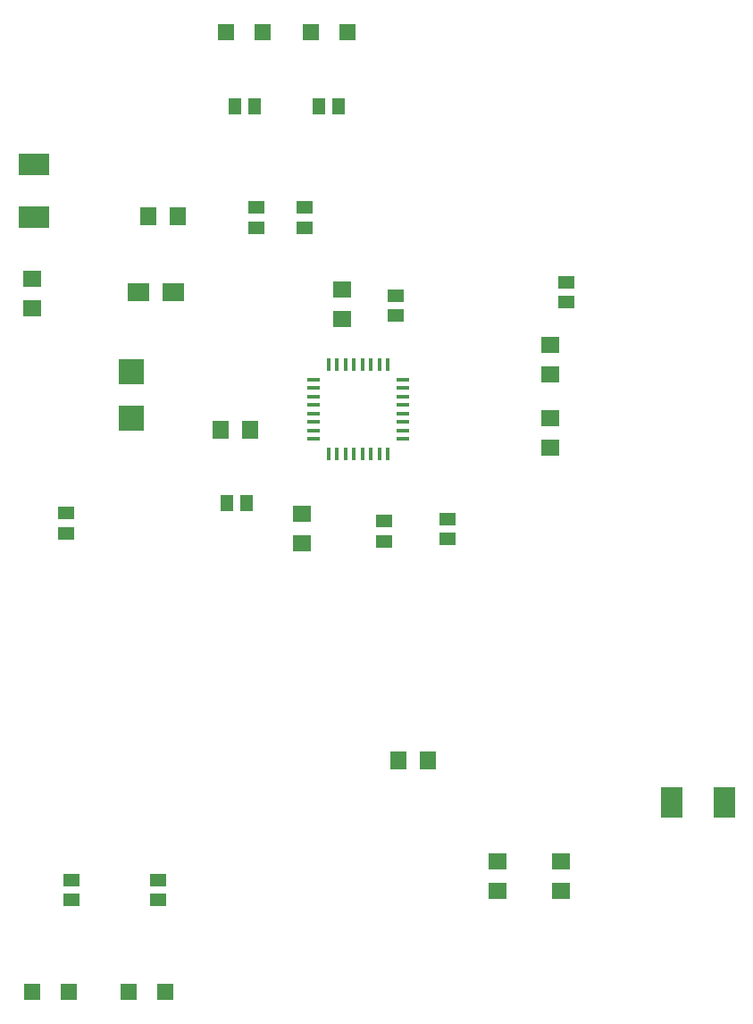
<source format=gbr>
G04 EAGLE Gerber RS-274X export*
G75*
%MOMM*%
%FSLAX34Y34*%
%LPD*%
%INSolderpaste Top*%
%IPPOS*%
%AMOC8*
5,1,8,0,0,1.08239X$1,22.5*%
G01*
%ADD10R,1.800000X1.600000*%
%ADD11R,1.600000X1.800000*%
%ADD12R,2.150000X1.800000*%
%ADD13R,2.400000X2.400000*%
%ADD14R,0.400000X1.200000*%
%ADD15R,1.200000X0.400000*%
%ADD16R,1.500000X1.500000*%
%ADD17R,1.500000X1.300000*%
%ADD18R,1.300000X1.500000*%
%ADD19R,2.950000X2.020000*%
%ADD20R,2.020000X2.950000*%


D10*
X98600Y688300D03*
X98600Y716300D03*
D11*
X305000Y573400D03*
X277000Y573400D03*
D10*
X392600Y706100D03*
X392600Y678100D03*
D11*
X236600Y775600D03*
X208600Y775600D03*
D12*
X199650Y703400D03*
X232150Y703400D03*
D10*
X354800Y465900D03*
X354800Y493900D03*
D13*
X192600Y583900D03*
X192600Y627900D03*
D14*
X435700Y634850D03*
X427700Y634850D03*
X419700Y634850D03*
X411700Y634850D03*
X403700Y634850D03*
X395700Y634850D03*
X387700Y634850D03*
X379700Y634850D03*
D15*
X365450Y620600D03*
X365450Y612600D03*
X365450Y604600D03*
X365450Y596600D03*
X365450Y588600D03*
X365450Y580600D03*
X365450Y572600D03*
X365450Y564600D03*
D14*
X379700Y550350D03*
X387700Y550350D03*
X395700Y550350D03*
X403700Y550350D03*
X411700Y550350D03*
X419700Y550350D03*
X427700Y550350D03*
X435700Y550350D03*
D15*
X449950Y564600D03*
X449950Y572600D03*
X449950Y580600D03*
X449950Y588600D03*
X449950Y596600D03*
X449950Y604600D03*
X449950Y612600D03*
X449950Y620600D03*
D16*
X190300Y40800D03*
X225300Y40800D03*
X98700Y40800D03*
X133700Y40800D03*
D17*
X604800Y693900D03*
X604800Y712900D03*
X136200Y146500D03*
X136200Y127500D03*
X311000Y783700D03*
X311000Y764700D03*
X357200Y783700D03*
X357200Y764700D03*
X443100Y700500D03*
X443100Y681500D03*
X432600Y486700D03*
X432600Y467700D03*
X492600Y488600D03*
X492600Y469600D03*
D18*
X301900Y503700D03*
X282900Y503700D03*
D17*
X130800Y494300D03*
X130800Y475300D03*
X217800Y146500D03*
X217800Y127500D03*
D10*
X590000Y556000D03*
X590000Y584000D03*
X590000Y626000D03*
X590000Y654000D03*
D11*
X446000Y260000D03*
X474000Y260000D03*
D10*
X540000Y164000D03*
X540000Y136000D03*
X600000Y164000D03*
X600000Y136000D03*
D18*
X389500Y880000D03*
X370500Y880000D03*
X309500Y880000D03*
X290500Y880000D03*
D16*
X282500Y950000D03*
X317500Y950000D03*
X362500Y950000D03*
X397500Y950000D03*
D19*
X100000Y825000D03*
X100000Y775000D03*
D20*
X705000Y220000D03*
X755000Y220000D03*
M02*

</source>
